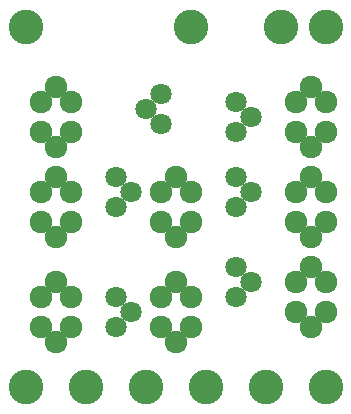
<source format=gbs>
G04 #@! TF.FileFunction,Soldermask,Bot*
%FSLAX46Y46*%
G04 Gerber Fmt 4.6, Leading zero omitted, Abs format (unit mm)*
G04 Created by KiCad (PCBNEW (2016-03-22 BZR 6643, Git db8c72c)-product) date 4/2/2016 6:11:23 PM*
%MOMM*%
G01*
G04 APERTURE LIST*
%ADD10C,0.100000*%
%ADD11C,2.940000*%
%ADD12C,1.797000*%
%ADD13C,1.924000*%
G04 APERTURE END LIST*
D10*
D11*
X95250000Y-81280000D03*
X86360000Y-111760000D03*
X106680000Y-111760000D03*
X81280000Y-111760000D03*
X91440000Y-111760000D03*
X102870000Y-81280000D03*
X96520000Y-111760000D03*
X101600000Y-111760000D03*
X106680000Y-81280000D03*
X81280000Y-81280000D03*
D12*
X88900000Y-93980000D03*
X90170000Y-95250000D03*
X88900000Y-96520000D03*
X99060000Y-93980000D03*
X100330000Y-95250000D03*
X99060000Y-96520000D03*
X99060000Y-87630000D03*
X100330000Y-88900000D03*
X99060000Y-90170000D03*
X92710000Y-89535000D03*
X91440000Y-88265000D03*
X92710000Y-86995000D03*
X88900000Y-104140000D03*
X90170000Y-105410000D03*
X88900000Y-106680000D03*
X99060000Y-101600000D03*
X100330000Y-102870000D03*
X99060000Y-104140000D03*
D13*
X105410000Y-91440000D03*
X104140000Y-90170000D03*
X106680000Y-90170000D03*
X106680000Y-87630000D03*
X104140000Y-87630000D03*
X105410000Y-86360000D03*
X83820000Y-86360000D03*
X85090000Y-87630000D03*
X82550000Y-87630000D03*
X82550000Y-90170000D03*
X85090000Y-90170000D03*
X83820000Y-91440000D03*
X93980000Y-99060000D03*
X92710000Y-97790000D03*
X95250000Y-97790000D03*
X95250000Y-95250000D03*
X92710000Y-95250000D03*
X93980000Y-93980000D03*
X105410000Y-99060000D03*
X104140000Y-97790000D03*
X106680000Y-97790000D03*
X106680000Y-95250000D03*
X104140000Y-95250000D03*
X105410000Y-93980000D03*
X83820000Y-93980000D03*
X85090000Y-95250000D03*
X82550000Y-95250000D03*
X82550000Y-97790000D03*
X85090000Y-97790000D03*
X83820000Y-99060000D03*
X93980000Y-102870000D03*
X95250000Y-104140000D03*
X92710000Y-104140000D03*
X92710000Y-106680000D03*
X95250000Y-106680000D03*
X93980000Y-107950000D03*
X83820000Y-102870000D03*
X85090000Y-104140000D03*
X82550000Y-104140000D03*
X82550000Y-106680000D03*
X85090000Y-106680000D03*
X83820000Y-107950000D03*
X105410000Y-106680000D03*
X104140000Y-105410000D03*
X106680000Y-105410000D03*
X106680000Y-102870000D03*
X104140000Y-102870000D03*
X105410000Y-101600000D03*
M02*

</source>
